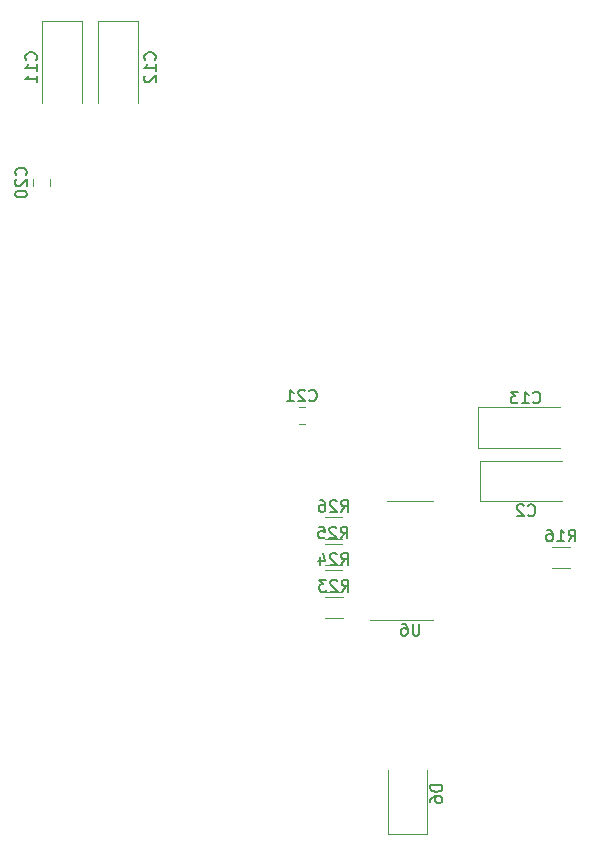
<source format=gbr>
%TF.GenerationSoftware,KiCad,Pcbnew,(6.0.0)*%
%TF.CreationDate,2022-01-15T22:09:40-05:00*%
%TF.ProjectId,Impedance_Analyzer_V2,496d7065-6461-46e6-9365-5f416e616c79,rev?*%
%TF.SameCoordinates,Original*%
%TF.FileFunction,Legend,Bot*%
%TF.FilePolarity,Positive*%
%FSLAX46Y46*%
G04 Gerber Fmt 4.6, Leading zero omitted, Abs format (unit mm)*
G04 Created by KiCad (PCBNEW (6.0.0)) date 2022-01-15 22:09:40*
%MOMM*%
%LPD*%
G01*
G04 APERTURE LIST*
%ADD10C,0.150000*%
%ADD11C,0.120000*%
G04 APERTURE END LIST*
D10*
%TO.C,U6*%
X134011904Y-118602380D02*
X134011904Y-119411904D01*
X133964285Y-119507142D01*
X133916666Y-119554761D01*
X133821428Y-119602380D01*
X133630952Y-119602380D01*
X133535714Y-119554761D01*
X133488095Y-119507142D01*
X133440476Y-119411904D01*
X133440476Y-118602380D01*
X132535714Y-118602380D02*
X132726190Y-118602380D01*
X132821428Y-118650000D01*
X132869047Y-118697619D01*
X132964285Y-118840476D01*
X133011904Y-119030952D01*
X133011904Y-119411904D01*
X132964285Y-119507142D01*
X132916666Y-119554761D01*
X132821428Y-119602380D01*
X132630952Y-119602380D01*
X132535714Y-119554761D01*
X132488095Y-119507142D01*
X132440476Y-119411904D01*
X132440476Y-119173809D01*
X132488095Y-119078571D01*
X132535714Y-119030952D01*
X132630952Y-118983333D01*
X132821428Y-118983333D01*
X132916666Y-119030952D01*
X132964285Y-119078571D01*
X133011904Y-119173809D01*
%TO.C,R26*%
X127392857Y-109132380D02*
X127726190Y-108656190D01*
X127964285Y-109132380D02*
X127964285Y-108132380D01*
X127583333Y-108132380D01*
X127488095Y-108180000D01*
X127440476Y-108227619D01*
X127392857Y-108322857D01*
X127392857Y-108465714D01*
X127440476Y-108560952D01*
X127488095Y-108608571D01*
X127583333Y-108656190D01*
X127964285Y-108656190D01*
X127011904Y-108227619D02*
X126964285Y-108180000D01*
X126869047Y-108132380D01*
X126630952Y-108132380D01*
X126535714Y-108180000D01*
X126488095Y-108227619D01*
X126440476Y-108322857D01*
X126440476Y-108418095D01*
X126488095Y-108560952D01*
X127059523Y-109132380D01*
X126440476Y-109132380D01*
X125583333Y-108132380D02*
X125773809Y-108132380D01*
X125869047Y-108180000D01*
X125916666Y-108227619D01*
X126011904Y-108370476D01*
X126059523Y-108560952D01*
X126059523Y-108941904D01*
X126011904Y-109037142D01*
X125964285Y-109084761D01*
X125869047Y-109132380D01*
X125678571Y-109132380D01*
X125583333Y-109084761D01*
X125535714Y-109037142D01*
X125488095Y-108941904D01*
X125488095Y-108703809D01*
X125535714Y-108608571D01*
X125583333Y-108560952D01*
X125678571Y-108513333D01*
X125869047Y-108513333D01*
X125964285Y-108560952D01*
X126011904Y-108608571D01*
X126059523Y-108703809D01*
%TO.C,R25*%
X127355357Y-111382380D02*
X127688690Y-110906190D01*
X127926785Y-111382380D02*
X127926785Y-110382380D01*
X127545833Y-110382380D01*
X127450595Y-110430000D01*
X127402976Y-110477619D01*
X127355357Y-110572857D01*
X127355357Y-110715714D01*
X127402976Y-110810952D01*
X127450595Y-110858571D01*
X127545833Y-110906190D01*
X127926785Y-110906190D01*
X126974404Y-110477619D02*
X126926785Y-110430000D01*
X126831547Y-110382380D01*
X126593452Y-110382380D01*
X126498214Y-110430000D01*
X126450595Y-110477619D01*
X126402976Y-110572857D01*
X126402976Y-110668095D01*
X126450595Y-110810952D01*
X127022023Y-111382380D01*
X126402976Y-111382380D01*
X125498214Y-110382380D02*
X125974404Y-110382380D01*
X126022023Y-110858571D01*
X125974404Y-110810952D01*
X125879166Y-110763333D01*
X125641071Y-110763333D01*
X125545833Y-110810952D01*
X125498214Y-110858571D01*
X125450595Y-110953809D01*
X125450595Y-111191904D01*
X125498214Y-111287142D01*
X125545833Y-111334761D01*
X125641071Y-111382380D01*
X125879166Y-111382380D01*
X125974404Y-111334761D01*
X126022023Y-111287142D01*
%TO.C,R24*%
X127392857Y-113632380D02*
X127726190Y-113156190D01*
X127964285Y-113632380D02*
X127964285Y-112632380D01*
X127583333Y-112632380D01*
X127488095Y-112680000D01*
X127440476Y-112727619D01*
X127392857Y-112822857D01*
X127392857Y-112965714D01*
X127440476Y-113060952D01*
X127488095Y-113108571D01*
X127583333Y-113156190D01*
X127964285Y-113156190D01*
X127011904Y-112727619D02*
X126964285Y-112680000D01*
X126869047Y-112632380D01*
X126630952Y-112632380D01*
X126535714Y-112680000D01*
X126488095Y-112727619D01*
X126440476Y-112822857D01*
X126440476Y-112918095D01*
X126488095Y-113060952D01*
X127059523Y-113632380D01*
X126440476Y-113632380D01*
X125583333Y-112965714D02*
X125583333Y-113632380D01*
X125821428Y-112584761D02*
X126059523Y-113299047D01*
X125440476Y-113299047D01*
%TO.C,R23*%
X127430357Y-115882380D02*
X127763690Y-115406190D01*
X128001785Y-115882380D02*
X128001785Y-114882380D01*
X127620833Y-114882380D01*
X127525595Y-114930000D01*
X127477976Y-114977619D01*
X127430357Y-115072857D01*
X127430357Y-115215714D01*
X127477976Y-115310952D01*
X127525595Y-115358571D01*
X127620833Y-115406190D01*
X128001785Y-115406190D01*
X127049404Y-114977619D02*
X127001785Y-114930000D01*
X126906547Y-114882380D01*
X126668452Y-114882380D01*
X126573214Y-114930000D01*
X126525595Y-114977619D01*
X126477976Y-115072857D01*
X126477976Y-115168095D01*
X126525595Y-115310952D01*
X127097023Y-115882380D01*
X126477976Y-115882380D01*
X126144642Y-114882380D02*
X125525595Y-114882380D01*
X125858928Y-115263333D01*
X125716071Y-115263333D01*
X125620833Y-115310952D01*
X125573214Y-115358571D01*
X125525595Y-115453809D01*
X125525595Y-115691904D01*
X125573214Y-115787142D01*
X125620833Y-115834761D01*
X125716071Y-115882380D01*
X126001785Y-115882380D01*
X126097023Y-115834761D01*
X126144642Y-115787142D01*
%TO.C,C20*%
X100677142Y-80607142D02*
X100724761Y-80559523D01*
X100772380Y-80416666D01*
X100772380Y-80321428D01*
X100724761Y-80178571D01*
X100629523Y-80083333D01*
X100534285Y-80035714D01*
X100343809Y-79988095D01*
X100200952Y-79988095D01*
X100010476Y-80035714D01*
X99915238Y-80083333D01*
X99820000Y-80178571D01*
X99772380Y-80321428D01*
X99772380Y-80416666D01*
X99820000Y-80559523D01*
X99867619Y-80607142D01*
X99867619Y-80988095D02*
X99820000Y-81035714D01*
X99772380Y-81130952D01*
X99772380Y-81369047D01*
X99820000Y-81464285D01*
X99867619Y-81511904D01*
X99962857Y-81559523D01*
X100058095Y-81559523D01*
X100200952Y-81511904D01*
X100772380Y-80940476D01*
X100772380Y-81559523D01*
X99772380Y-82178571D02*
X99772380Y-82273809D01*
X99820000Y-82369047D01*
X99867619Y-82416666D01*
X99962857Y-82464285D01*
X100153333Y-82511904D01*
X100391428Y-82511904D01*
X100581904Y-82464285D01*
X100677142Y-82416666D01*
X100724761Y-82369047D01*
X100772380Y-82273809D01*
X100772380Y-82178571D01*
X100724761Y-82083333D01*
X100677142Y-82035714D01*
X100581904Y-81988095D01*
X100391428Y-81940476D01*
X100153333Y-81940476D01*
X99962857Y-81988095D01*
X99867619Y-82035714D01*
X99820000Y-82083333D01*
X99772380Y-82178571D01*
%TO.C,C21*%
X124692857Y-99677142D02*
X124740476Y-99724761D01*
X124883333Y-99772380D01*
X124978571Y-99772380D01*
X125121428Y-99724761D01*
X125216666Y-99629523D01*
X125264285Y-99534285D01*
X125311904Y-99343809D01*
X125311904Y-99200952D01*
X125264285Y-99010476D01*
X125216666Y-98915238D01*
X125121428Y-98820000D01*
X124978571Y-98772380D01*
X124883333Y-98772380D01*
X124740476Y-98820000D01*
X124692857Y-98867619D01*
X124311904Y-98867619D02*
X124264285Y-98820000D01*
X124169047Y-98772380D01*
X123930952Y-98772380D01*
X123835714Y-98820000D01*
X123788095Y-98867619D01*
X123740476Y-98962857D01*
X123740476Y-99058095D01*
X123788095Y-99200952D01*
X124359523Y-99772380D01*
X123740476Y-99772380D01*
X122788095Y-99772380D02*
X123359523Y-99772380D01*
X123073809Y-99772380D02*
X123073809Y-98772380D01*
X123169047Y-98915238D01*
X123264285Y-99010476D01*
X123359523Y-99058095D01*
%TO.C,R16*%
X146642857Y-111632380D02*
X146976190Y-111156190D01*
X147214285Y-111632380D02*
X147214285Y-110632380D01*
X146833333Y-110632380D01*
X146738095Y-110680000D01*
X146690476Y-110727619D01*
X146642857Y-110822857D01*
X146642857Y-110965714D01*
X146690476Y-111060952D01*
X146738095Y-111108571D01*
X146833333Y-111156190D01*
X147214285Y-111156190D01*
X145690476Y-111632380D02*
X146261904Y-111632380D01*
X145976190Y-111632380D02*
X145976190Y-110632380D01*
X146071428Y-110775238D01*
X146166666Y-110870476D01*
X146261904Y-110918095D01*
X144833333Y-110632380D02*
X145023809Y-110632380D01*
X145119047Y-110680000D01*
X145166666Y-110727619D01*
X145261904Y-110870476D01*
X145309523Y-111060952D01*
X145309523Y-111441904D01*
X145261904Y-111537142D01*
X145214285Y-111584761D01*
X145119047Y-111632380D01*
X144928571Y-111632380D01*
X144833333Y-111584761D01*
X144785714Y-111537142D01*
X144738095Y-111441904D01*
X144738095Y-111203809D01*
X144785714Y-111108571D01*
X144833333Y-111060952D01*
X144928571Y-111013333D01*
X145119047Y-111013333D01*
X145214285Y-111060952D01*
X145261904Y-111108571D01*
X145309523Y-111203809D01*
%TO.C,C12*%
X111607142Y-70857142D02*
X111654761Y-70809523D01*
X111702380Y-70666666D01*
X111702380Y-70571428D01*
X111654761Y-70428571D01*
X111559523Y-70333333D01*
X111464285Y-70285714D01*
X111273809Y-70238095D01*
X111130952Y-70238095D01*
X110940476Y-70285714D01*
X110845238Y-70333333D01*
X110750000Y-70428571D01*
X110702380Y-70571428D01*
X110702380Y-70666666D01*
X110750000Y-70809523D01*
X110797619Y-70857142D01*
X111702380Y-71809523D02*
X111702380Y-71238095D01*
X111702380Y-71523809D02*
X110702380Y-71523809D01*
X110845238Y-71428571D01*
X110940476Y-71333333D01*
X110988095Y-71238095D01*
X110797619Y-72190476D02*
X110750000Y-72238095D01*
X110702380Y-72333333D01*
X110702380Y-72571428D01*
X110750000Y-72666666D01*
X110797619Y-72714285D01*
X110892857Y-72761904D01*
X110988095Y-72761904D01*
X111130952Y-72714285D01*
X111702380Y-72142857D01*
X111702380Y-72761904D01*
%TO.C,C11*%
X101557142Y-70857142D02*
X101604761Y-70809523D01*
X101652380Y-70666666D01*
X101652380Y-70571428D01*
X101604761Y-70428571D01*
X101509523Y-70333333D01*
X101414285Y-70285714D01*
X101223809Y-70238095D01*
X101080952Y-70238095D01*
X100890476Y-70285714D01*
X100795238Y-70333333D01*
X100700000Y-70428571D01*
X100652380Y-70571428D01*
X100652380Y-70666666D01*
X100700000Y-70809523D01*
X100747619Y-70857142D01*
X101652380Y-71809523D02*
X101652380Y-71238095D01*
X101652380Y-71523809D02*
X100652380Y-71523809D01*
X100795238Y-71428571D01*
X100890476Y-71333333D01*
X100938095Y-71238095D01*
X101652380Y-72761904D02*
X101652380Y-72190476D01*
X101652380Y-72476190D02*
X100652380Y-72476190D01*
X100795238Y-72380952D01*
X100890476Y-72285714D01*
X100938095Y-72190476D01*
%TO.C,C13*%
X143642857Y-99857142D02*
X143690476Y-99904761D01*
X143833333Y-99952380D01*
X143928571Y-99952380D01*
X144071428Y-99904761D01*
X144166666Y-99809523D01*
X144214285Y-99714285D01*
X144261904Y-99523809D01*
X144261904Y-99380952D01*
X144214285Y-99190476D01*
X144166666Y-99095238D01*
X144071428Y-99000000D01*
X143928571Y-98952380D01*
X143833333Y-98952380D01*
X143690476Y-99000000D01*
X143642857Y-99047619D01*
X142690476Y-99952380D02*
X143261904Y-99952380D01*
X142976190Y-99952380D02*
X142976190Y-98952380D01*
X143071428Y-99095238D01*
X143166666Y-99190476D01*
X143261904Y-99238095D01*
X142357142Y-98952380D02*
X141738095Y-98952380D01*
X142071428Y-99333333D01*
X141928571Y-99333333D01*
X141833333Y-99380952D01*
X141785714Y-99428571D01*
X141738095Y-99523809D01*
X141738095Y-99761904D01*
X141785714Y-99857142D01*
X141833333Y-99904761D01*
X141928571Y-99952380D01*
X142214285Y-99952380D01*
X142309523Y-99904761D01*
X142357142Y-99857142D01*
%TO.C,C2*%
X143216666Y-109407142D02*
X143264285Y-109454761D01*
X143407142Y-109502380D01*
X143502380Y-109502380D01*
X143645238Y-109454761D01*
X143740476Y-109359523D01*
X143788095Y-109264285D01*
X143835714Y-109073809D01*
X143835714Y-108930952D01*
X143788095Y-108740476D01*
X143740476Y-108645238D01*
X143645238Y-108550000D01*
X143502380Y-108502380D01*
X143407142Y-108502380D01*
X143264285Y-108550000D01*
X143216666Y-108597619D01*
X142835714Y-108597619D02*
X142788095Y-108550000D01*
X142692857Y-108502380D01*
X142454761Y-108502380D01*
X142359523Y-108550000D01*
X142311904Y-108597619D01*
X142264285Y-108692857D01*
X142264285Y-108788095D01*
X142311904Y-108930952D01*
X142883333Y-109502380D01*
X142264285Y-109502380D01*
%TO.C,D6*%
X135952380Y-132261904D02*
X134952380Y-132261904D01*
X134952380Y-132500000D01*
X135000000Y-132642857D01*
X135095238Y-132738095D01*
X135190476Y-132785714D01*
X135380952Y-132833333D01*
X135523809Y-132833333D01*
X135714285Y-132785714D01*
X135809523Y-132738095D01*
X135904761Y-132642857D01*
X135952380Y-132500000D01*
X135952380Y-132261904D01*
X134952380Y-133690476D02*
X134952380Y-133500000D01*
X135000000Y-133404761D01*
X135047619Y-133357142D01*
X135190476Y-133261904D01*
X135380952Y-133214285D01*
X135761904Y-133214285D01*
X135857142Y-133261904D01*
X135904761Y-133309523D01*
X135952380Y-133404761D01*
X135952380Y-133595238D01*
X135904761Y-133690476D01*
X135857142Y-133738095D01*
X135761904Y-133785714D01*
X135523809Y-133785714D01*
X135428571Y-133738095D01*
X135380952Y-133690476D01*
X135333333Y-133595238D01*
X135333333Y-133404761D01*
X135380952Y-133309523D01*
X135428571Y-133261904D01*
X135523809Y-133214285D01*
D11*
%TO.C,U6*%
X133250000Y-108190000D02*
X135200000Y-108190000D01*
X133250000Y-108190000D02*
X131300000Y-108190000D01*
X133250000Y-118310000D02*
X135200000Y-118310000D01*
X133250000Y-118310000D02*
X129800000Y-118310000D01*
%TO.C,R26*%
X127477064Y-109590000D02*
X126022936Y-109590000D01*
X127477064Y-111410000D02*
X126022936Y-111410000D01*
%TO.C,R25*%
X127439564Y-111840000D02*
X125985436Y-111840000D01*
X127439564Y-113660000D02*
X125985436Y-113660000D01*
%TO.C,R24*%
X127477064Y-114090000D02*
X126022936Y-114090000D01*
X127477064Y-115910000D02*
X126022936Y-115910000D01*
%TO.C,R23*%
X127514564Y-116340000D02*
X126060436Y-116340000D01*
X127514564Y-118160000D02*
X126060436Y-118160000D01*
%TO.C,C20*%
X102735000Y-80988748D02*
X102735000Y-81511252D01*
X101265000Y-80988748D02*
X101265000Y-81511252D01*
%TO.C,C21*%
X124311252Y-100265000D02*
X123788748Y-100265000D01*
X124311252Y-101735000D02*
X123788748Y-101735000D01*
%TO.C,R16*%
X146727064Y-112090000D02*
X145272936Y-112090000D01*
X146727064Y-113910000D02*
X145272936Y-113910000D01*
%TO.C,C12*%
X106790000Y-67565000D02*
X110210000Y-67565000D01*
X106790000Y-74500000D02*
X106790000Y-67565000D01*
X110210000Y-67565000D02*
X110210000Y-74500000D01*
%TO.C,C11*%
X102040000Y-74500000D02*
X102040000Y-67565000D01*
X105460000Y-67565000D02*
X105460000Y-74500000D01*
X102040000Y-67565000D02*
X105460000Y-67565000D01*
%TO.C,C13*%
X145950000Y-103710000D02*
X139015000Y-103710000D01*
X139015000Y-100290000D02*
X145950000Y-100290000D01*
X139015000Y-103710000D02*
X139015000Y-100290000D01*
%TO.C,C2*%
X146050000Y-108210000D02*
X139115000Y-108210000D01*
X139115000Y-108210000D02*
X139115000Y-104790000D01*
X139115000Y-104790000D02*
X146050000Y-104790000D01*
%TO.C,D6*%
X134650000Y-136400000D02*
X134650000Y-131000000D01*
X134650000Y-136400000D02*
X131350000Y-136400000D01*
X131350000Y-136400000D02*
X131350000Y-131000000D01*
%TD*%
M02*

</source>
